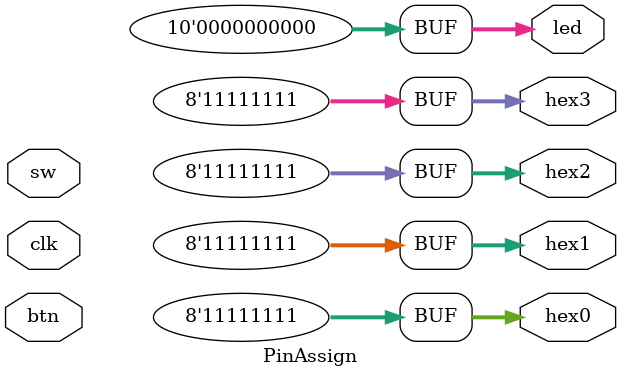
<source format=v>



module PinAssign (
  input  clk,
  input  [2:0] btn,
  input  [9:0] sw,
  output [9:0] led,
  output [7:0] hex0,
  output [7:0] hex1,
  output [7:0] hex2,
  output [7:0] hex3
);

  assign  led  = 10'h0;
  assign  hex0 = 8'hff;
  assign  hex1 = 8'hff;
  assign  hex2 = 8'hff;
  assign  hex3 = 8'hff;


endmodule
</source>
